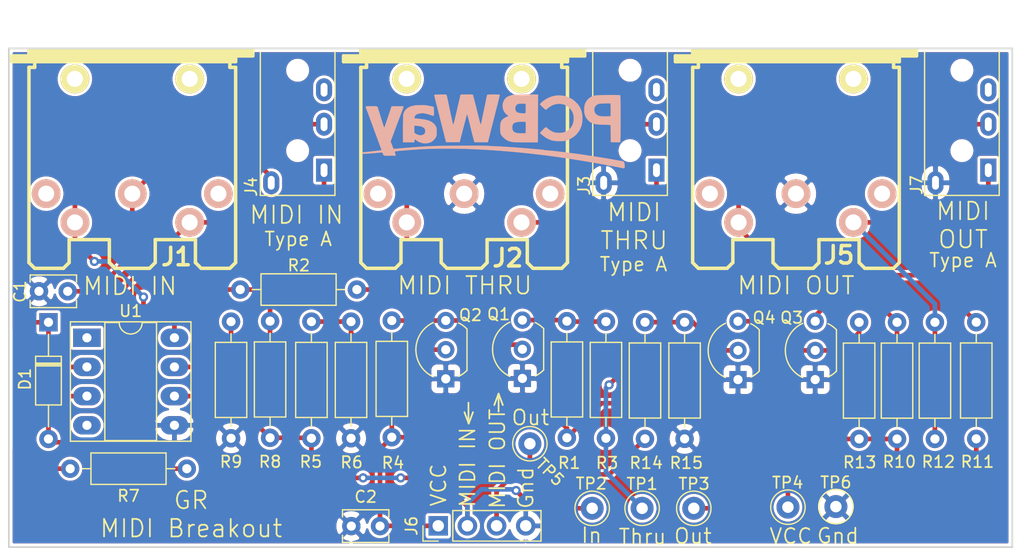
<source format=kicad_pcb>
(kicad_pcb (version 20171130) (host pcbnew "(5.1.2-1)-1")
  (layers (0 F.Cu signal) (31 B.Cu signal) (34 B.Paste user hide) (35 F.Paste user) (36 B.SilkS user) (37 F.SilkS user) (38 B.Mask user hide) (39 F.Mask user hide) (44 Edge.Cuts user))
  (net 0 "")
  (net 1 GNDREF)
  (net 2 "Net-(C1-Pad2)")
  (net 3 "Net-(D1-Pad1)")
  (net 4 "Net-(D1-Pad2)")
  (net 5 "Net-(Q1-Pad2)")
  (net 6 "Net-(Q2-Pad2)")
  (net 7 "Net-(Q3-Pad2)")
  (net 8 VCC)
  (net 9 "Net-(J1-Pad3)")
  (net 10 "Net-(J1-Pad4)")
  (net 11 "Net-(J1-Pad1)")
  (net 12 "Net-(J2-Pad3)")
  (net 13 "Net-(J2-Pad4)")
  (net 14 "Net-(J2-Pad1)")
  (net 15 "Net-(J2-Pad5)")
  (net 16 "Net-(J3-PadR2)")
  (net 17 "Net-(J4-PadR2)")
  (net 18 "Net-(J5-Pad5)")
  (net 19 "Net-(J5-Pad1)")
  (net 20 "Net-(J5-Pad4)")
  (net 21 "Net-(J5-Pad3)")
  (net 22 "Net-(J6-Pad2)")
  (net 23 "Net-(J6-Pad3)")
  (net 24 "Net-(J7-PadR2)")
  (net 25 "Net-(Q1-Pad3)")
  (net 26 "Net-(Q3-Pad3)")
  (net 27 "Net-(Q4-Pad2)")
  (net 28 "Net-(R9-Pad2)")
  (net 29 "Net-(U1-Pad1)")
  (net 30 "Net-(U1-Pad4)")
  (module "_Custom_Footprints:pcb way logo" (layer B.Cu) (at 127.511 114.671 180)
    (fp_text reference G*** hide)
    (fp_text value LOGO hide)
  )
  (module Resistor_THT:R_Axial_DIN0207_L6.3mm_D2.5mm_P10.16mm_Horizontal (layer F.Cu) (at 133.911 130.521 270)
    (fp_text reference R1 (at 12.35 -0.2 180) (layer F.SilkS))
    (fp_text value 4K7)
    (pad 2 thru_hole oval (at 10.16 0 270) (size 1.6 1.6) (drill 0.8) (layers *.Cu *.Mask) (net 8 VCC))
    (pad 1 thru_hole circle (at 0 0 270) (size 1.6 1.6) (drill 0.8) (layers *.Cu *.Mask) (net 25 "Net-(Q1-Pad3)"))
  )
  (module Capacitor_THT:C_Disc_D3.8mm_W2.6mm_P2.50mm (layer F.Cu) (at 87.936 127.921)
    (fp_text reference C1 (at -1.65 0.025 90) (layer F.SilkS))
    (fp_text value 100nF)
    (pad 2 thru_hole circle (at 2.5 0) (size 1.6 1.6) (drill 0.8) (layers *.Cu *.Mask) (net 2 "Net-(C1-Pad2)"))
    (pad 1 thru_hole circle (at 0 0) (size 1.6 1.6) (drill 0.8) (layers *.Cu *.Mask) (net 1 GNDREF))
  )
  (module Capacitor_THT:C_Disc_D3.8mm_W2.6mm_P2.50mm (layer F.Cu) (at 115.136 148.371)
    (fp_text reference C2 (at 1.25 -2.55) (layer F.SilkS))
    (fp_text value 100nF)
    (pad 1 thru_hole circle (at 0 0) (size 1.6 1.6) (drill 0.8) (layers *.Cu *.Mask) (net 1 GNDREF))
    (pad 2 thru_hole circle (at 2.5 0) (size 1.6 1.6) (drill 0.8) (layers *.Cu *.Mask) (net 8 VCC))
  )
  (module Diode_THT:D_DO-35_SOD27_P10.16mm_Horizontal (layer F.Cu) (at 88.761 130.621 270)
    (fp_text reference D1 (at 4.95 2.05 90) (layer F.SilkS))
    (fp_text value 1N4148)
    (pad 1 thru_hole rect (at 0 0 270) (size 1.6 1.6) (drill 0.8) (layers *.Cu *.Mask) (net 3 "Net-(D1-Pad1)"))
    (pad 2 thru_hole oval (at 10.16 0 270) (size 1.6 1.6) (drill 0.8) (layers *.Cu *.Mask) (net 4 "Net-(D1-Pad2)"))
  )
  (module footprints:DIN5 (layer F.Cu) (at 96.061 116.421 180)
    (fp_text reference J1 (at -3.85 -8.5) (layer F.SilkS) (effects (font (size 1.524 1.524) (thickness 0.3048))))
    (fp_text value PSG03463 hide)
    (pad 3 thru_hole circle (at -7.49808 -2.9972 180) (size 2.49936 2.49936) (drill 1.397) (layers *.Cu *.SilkS *.Mask) (net 9 "Net-(J1-Pad3)"))
    (pad 4 thru_hole circle (at 4.99618 -5.4991 180) (size 2.49936 2.49936) (drill 1.397) (layers *.Cu *.SilkS *.Mask) (net 10 "Net-(J1-Pad4)"))
    (pad 2 thru_hole circle (at 0 -2.99974 180) (size 2.49936 2.49936) (drill 1.397) (layers *.Cu *.SilkS *.Mask) (net 2 "Net-(C1-Pad2)"))
    (pad 1 thru_hole circle (at 7.49808 -2.9972 180) (size 2.49936 2.49936) (drill 1.397) (layers *.Cu *.SilkS *.Mask) (net 11 "Net-(J1-Pad1)"))
    (pad 5 thru_hole circle (at -4.99618 -5.4991 180) (size 2.49936 2.49936) (drill 1.397) (layers *.Cu *.SilkS *.Mask) (net 4 "Net-(D1-Pad2)"))
    (pad "" np_thru_hole circle (at 5.00126 6.9977 180) (size 2.49936 2.49936) (drill 1.397) (layers *.Cu *.Mask F.SilkS))
    (pad "" np_thru_hole circle (at -5.00126 6.9977 180) (size 2.49936 2.49936) (drill 1.397) (layers *.Cu *.Mask F.SilkS))
  )
  (module footprints:DIN5 (layer F.Cu) (at 124.961 116.421 180)
    (fp_text reference J2 (at -3.8 -8.6) (layer F.SilkS) (effects (font (size 1.524 1.524) (thickness 0.3048))))
    (fp_text value PSG03463 hide)
    (pad 3 thru_hole circle (at -7.49808 -2.9972 180) (size 2.49936 2.49936) (drill 1.397) (layers *.Cu *.SilkS *.Mask) (net 12 "Net-(J2-Pad3)"))
    (pad 4 thru_hole circle (at 4.99618 -5.4991 180) (size 2.49936 2.49936) (drill 1.397) (layers *.Cu *.SilkS *.Mask) (net 13 "Net-(J2-Pad4)"))
    (pad 2 thru_hole circle (at 0 -2.99974 180) (size 2.49936 2.49936) (drill 1.397) (layers *.Cu *.SilkS *.Mask) (net 1 GNDREF))
    (pad 1 thru_hole circle (at 7.49808 -2.9972 180) (size 2.49936 2.49936) (drill 1.397) (layers *.Cu *.SilkS *.Mask) (net 14 "Net-(J2-Pad1)"))
    (pad 5 thru_hole circle (at -4.99618 -5.4991 180) (size 2.49936 2.49936) (drill 1.397) (layers *.Cu *.SilkS *.Mask) (net 15 "Net-(J2-Pad5)"))
    (pad "" np_thru_hole circle (at 5.00126 6.9977 180) (size 2.49936 2.49936) (drill 1.397) (layers *.Cu *.Mask F.SilkS))
    (pad "" np_thru_hole circle (at -5.00126 6.9977 180) (size 2.49936 2.49936) (drill 1.397) (layers *.Cu *.Mask F.SilkS))
  )
  (module footprints:PJ320A (layer F.Cu) (at 136.661 117.371)
    (fp_text reference J3 (at -1.25 1.35 90) (layer F.SilkS))
    (fp_text value AudioJack4)
    (pad "" np_thru_hole circle (at 2.75 -1.7 270) (size 1.5 1.5) (drill 1.5) (layers *.Cu *.Mask))
    (pad "" np_thru_hole circle (at 2.75 -8.7 270) (size 1.5 1.5) (drill 1.5) (layers *.Cu *.Mask))
    (pad R2 thru_hole oval (at 5.05 -7 270) (size 2 1.4) (drill oval 1.2 0.6) (layers *.Cu *.Mask) (net 16 "Net-(J3-PadR2)"))
    (pad R1 thru_hole oval (at 5.05 -4 270) (size 2 1.4) (drill oval 1.2 0.6) (layers *.Cu *.Mask) (net 13 "Net-(J2-Pad4)"))
    (pad T thru_hole rect (at 5.05 0 270) (size 2 1.4) (drill oval 1.2 0.6) (layers *.Cu *.Mask) (net 15 "Net-(J2-Pad5)"))
    (pad S thru_hole oval (at 0.45 1.1 270) (size 2 1.4) (drill oval 1.2 0.6) (layers *.Cu *.Mask) (net 1 GNDREF))
  )
  (module footprints:PJ320A (layer F.Cu) (at 107.711 117.371)
    (fp_text reference J4 (at -1.3 1.45 90) (layer F.SilkS))
    (fp_text value AudioJack4)
    (pad S thru_hole oval (at 0.45 1.1 270) (size 2 1.4) (drill oval 1.2 0.6) (layers *.Cu *.Mask) (net 2 "Net-(C1-Pad2)"))
    (pad T thru_hole rect (at 5.05 0 270) (size 2 1.4) (drill oval 1.2 0.6) (layers *.Cu *.Mask) (net 4 "Net-(D1-Pad2)"))
    (pad R1 thru_hole oval (at 5.05 -4 270) (size 2 1.4) (drill oval 1.2 0.6) (layers *.Cu *.Mask) (net 10 "Net-(J1-Pad4)"))
    (pad R2 thru_hole oval (at 5.05 -7 270) (size 2 1.4) (drill oval 1.2 0.6) (layers *.Cu *.Mask) (net 17 "Net-(J4-PadR2)"))
    (pad "" np_thru_hole circle (at 2.75 -8.7 270) (size 1.5 1.5) (drill 1.5) (layers *.Cu *.Mask))
    (pad "" np_thru_hole circle (at 2.75 -1.7 270) (size 1.5 1.5) (drill 1.5) (layers *.Cu *.Mask))
  )
  (module footprints:DIN5 (layer F.Cu) (at 153.861 116.421 180)
    (fp_text reference J5 (at -3.75 -8.35) (layer F.SilkS) (effects (font (size 1.524 1.524) (thickness 0.3048))))
    (fp_text value PSG03463 hide)
    (pad "" np_thru_hole circle (at -5.00126 6.9977 180) (size 2.49936 2.49936) (drill 1.397) (layers *.Cu *.Mask F.SilkS))
    (pad "" np_thru_hole circle (at 5.00126 6.9977 180) (size 2.49936 2.49936) (drill 1.397) (layers *.Cu *.Mask F.SilkS))
    (pad 5 thru_hole circle (at -4.99618 -5.4991 180) (size 2.49936 2.49936) (drill 1.397) (layers *.Cu *.SilkS *.Mask) (net 18 "Net-(J5-Pad5)"))
    (pad 1 thru_hole circle (at 7.49808 -2.9972 180) (size 2.49936 2.49936) (drill 1.397) (layers *.Cu *.SilkS *.Mask) (net 19 "Net-(J5-Pad1)"))
    (pad 2 thru_hole circle (at 0 -2.99974 180) (size 2.49936 2.49936) (drill 1.397) (layers *.Cu *.SilkS *.Mask) (net 1 GNDREF))
    (pad 4 thru_hole circle (at 4.99618 -5.4991 180) (size 2.49936 2.49936) (drill 1.397) (layers *.Cu *.SilkS *.Mask) (net 20 "Net-(J5-Pad4)"))
    (pad 3 thru_hole circle (at -7.49808 -2.9972 180) (size 2.49936 2.49936) (drill 1.397) (layers *.Cu *.SilkS *.Mask) (net 21 "Net-(J5-Pad3)"))
  )
  (module Connector_PinHeader_2.54mm:PinHeader_1x04_P2.54mm_Vertical (layer F.Cu) (at 122.706 148.346 90)
    (fp_text reference J6 (at 0 -2.33 90) (layer F.SilkS))
    (fp_text value Conn_01x04)
    (pad 1 thru_hole rect (at 0 0 90) (size 1.7 1.7) (drill 1) (layers *.Cu *.Mask) (net 8 VCC))
    (pad 2 thru_hole oval (at 0 2.54 90) (size 1.7 1.7) (drill 1) (layers *.Cu *.Mask) (net 22 "Net-(J6-Pad2)"))
    (pad 3 thru_hole oval (at 0 5.08 90) (size 1.7 1.7) (drill 1) (layers *.Cu *.Mask) (net 23 "Net-(J6-Pad3)"))
    (pad 4 thru_hole oval (at 0 7.62 90) (size 1.7 1.7) (drill 1) (layers *.Cu *.Mask) (net 1 GNDREF))
  )
  (module footprints:PJ320A (layer F.Cu) (at 165.561 117.371)
    (fp_text reference J7 (at -1.2 1.3 90) (layer F.SilkS))
    (fp_text value AudioJack4)
    (pad "" np_thru_hole circle (at 2.75 -1.7 270) (size 1.5 1.5) (drill 1.5) (layers *.Cu *.Mask))
    (pad "" np_thru_hole circle (at 2.75 -8.7 270) (size 1.5 1.5) (drill 1.5) (layers *.Cu *.Mask))
    (pad R2 thru_hole oval (at 5.05 -7 270) (size 2 1.4) (drill oval 1.2 0.6) (layers *.Cu *.Mask) (net 24 "Net-(J7-PadR2)"))
    (pad R1 thru_hole oval (at 5.05 -4 270) (size 2 1.4) (drill oval 1.2 0.6) (layers *.Cu *.Mask) (net 20 "Net-(J5-Pad4)"))
    (pad T thru_hole rect (at 5.05 0 270) (size 2 1.4) (drill oval 1.2 0.6) (layers *.Cu *.Mask) (net 18 "Net-(J5-Pad5)"))
    (pad S thru_hole oval (at 0.45 1.1 270) (size 2 1.4) (drill oval 1.2 0.6) (layers *.Cu *.Mask) (net 1 GNDREF))
  )
  (module Package_TO_SOT_THT:TO-92_Inline_Wide (layer F.Cu) (at 130.036 135.511 90)
    (fp_text reference Q1 (at 5.59 -2.075 180) (layer F.SilkS))
    (fp_text value 2N3904)
    (pad 1 thru_hole rect (at 0 0 180) (size 1.5 1.5) (drill 0.8) (layers *.Cu *.Mask) (net 1 GNDREF))
    (pad 3 thru_hole circle (at 5.08 0 180) (size 1.5 1.5) (drill 0.8) (layers *.Cu *.Mask) (net 25 "Net-(Q1-Pad3)"))
    (pad 2 thru_hole circle (at 2.54 0 180) (size 1.5 1.5) (drill 0.8) (layers *.Cu *.Mask) (net 5 "Net-(Q1-Pad2)"))
  )
  (module Package_TO_SOT_THT:TO-92_Inline_Wide (layer F.Cu) (at 123.361 135.546 90)
    (fp_text reference Q2 (at 5.55 2.15 180) (layer F.SilkS))
    (fp_text value 2N3904)
    (pad 2 thru_hole circle (at 2.54 0 180) (size 1.5 1.5) (drill 0.8) (layers *.Cu *.Mask) (net 6 "Net-(Q2-Pad2)"))
    (pad 3 thru_hole circle (at 5.08 0 180) (size 1.5 1.5) (drill 0.8) (layers *.Cu *.Mask) (net 5 "Net-(Q1-Pad2)"))
    (pad 1 thru_hole rect (at 0 0 180) (size 1.5 1.5) (drill 0.8) (layers *.Cu *.Mask) (net 1 GNDREF))
  )
  (module Package_TO_SOT_THT:TO-92_Inline_Wide (layer F.Cu) (at 155.536 135.611 90)
    (fp_text reference Q3 (at 5.39 -2.05 180) (layer F.SilkS))
    (fp_text value 2N3904)
    (pad 2 thru_hole circle (at 2.54 0 180) (size 1.5 1.5) (drill 0.8) (layers *.Cu *.Mask) (net 7 "Net-(Q3-Pad2)"))
    (pad 3 thru_hole circle (at 5.08 0 180) (size 1.5 1.5) (drill 0.8) (layers *.Cu *.Mask) (net 26 "Net-(Q3-Pad3)"))
    (pad 1 thru_hole rect (at 0 0 180) (size 1.5 1.5) (drill 0.8) (layers *.Cu *.Mask) (net 1 GNDREF))
  )
  (module Package_TO_SOT_THT:TO-92_Inline_Wide (layer F.Cu) (at 148.811 135.611 90)
    (fp_text reference Q4 (at 5.39 2.275 180) (layer F.SilkS))
    (fp_text value 2N3904)
    (pad 1 thru_hole rect (at 0 0 180) (size 1.5 1.5) (drill 0.8) (layers *.Cu *.Mask) (net 1 GNDREF))
    (pad 3 thru_hole circle (at 5.08 0 180) (size 1.5 1.5) (drill 0.8) (layers *.Cu *.Mask) (net 7 "Net-(Q3-Pad2)"))
    (pad 2 thru_hole circle (at 2.54 0 180) (size 1.5 1.5) (drill 0.8) (layers *.Cu *.Mask) (net 27 "Net-(Q4-Pad2)"))
  )
  (module Resistor_THT:R_Axial_DIN0207_L6.3mm_D2.5mm_P10.16mm_Horizontal (layer F.Cu) (at 105.461 127.771)
    (fp_text reference R2 (at 5.1 -2.1) (layer F.SilkS))
    (fp_text value 220r)
    (pad 2 thru_hole oval (at 10.16 0) (size 1.6 1.6) (drill 0.8) (layers *.Cu *.Mask) (net 13 "Net-(J2-Pad4)"))
    (pad 1 thru_hole circle (at 0 0) (size 1.6 1.6) (drill 0.8) (layers *.Cu *.Mask) (net 8 VCC))
  )
  (module Resistor_THT:R_Axial_DIN0207_L6.3mm_D2.5mm_P10.16mm_Horizontal (layer F.Cu) (at 137.311 140.721 90)
    (fp_text reference R3 (at -2.15 0.1 180) (layer F.SilkS))
    (fp_text value 220r)
    (pad 1 thru_hole circle (at 0 0 90) (size 1.6 1.6) (drill 0.8) (layers *.Cu *.Mask) (net 15 "Net-(J2-Pad5)"))
    (pad 2 thru_hole oval (at 10.16 0 90) (size 1.6 1.6) (drill 0.8) (layers *.Cu *.Mask) (net 25 "Net-(Q1-Pad3)"))
  )
  (module Resistor_THT:R_Axial_DIN0207_L6.3mm_D2.5mm_P10.16mm_Horizontal (layer F.Cu) (at 118.661 130.471 270)
    (fp_text reference R4 (at 12.4 -0.1 180) (layer F.SilkS))
    (fp_text value 4K7)
    (pad 2 thru_hole oval (at 10.16 0 270) (size 1.6 1.6) (drill 0.8) (layers *.Cu *.Mask) (net 8 VCC))
    (pad 1 thru_hole circle (at 0 0 270) (size 1.6 1.6) (drill 0.8) (layers *.Cu *.Mask) (net 5 "Net-(Q1-Pad2)"))
  )
  (module Resistor_THT:R_Axial_DIN0207_L6.3mm_D2.5mm_P10.16mm_Horizontal (layer F.Cu) (at 111.661 140.721 90)
    (fp_text reference R5 (at -2.05 -0.05 180) (layer F.SilkS))
    (fp_text value 4K7)
    (pad 1 thru_hole circle (at 0 0 90) (size 1.6 1.6) (drill 0.8) (layers *.Cu *.Mask) (net 22 "Net-(J6-Pad2)"))
    (pad 2 thru_hole oval (at 10.16 0 90) (size 1.6 1.6) (drill 0.8) (layers *.Cu *.Mask) (net 6 "Net-(Q2-Pad2)"))
  )
  (module Resistor_THT:R_Axial_DIN0207_L6.3mm_D2.5mm_P10.16mm_Horizontal (layer F.Cu) (at 115.111 140.721 90)
    (fp_text reference R6 (at -2.1 0.05 180) (layer F.SilkS))
    (fp_text value 100K)
    (pad 1 thru_hole circle (at 0 0 90) (size 1.6 1.6) (drill 0.8) (layers *.Cu *.Mask) (net 1 GNDREF))
    (pad 2 thru_hole oval (at 10.16 0 90) (size 1.6 1.6) (drill 0.8) (layers *.Cu *.Mask) (net 6 "Net-(Q2-Pad2)"))
  )
  (module Resistor_THT:R_Axial_DIN0207_L6.3mm_D2.5mm_P10.16mm_Horizontal (layer F.Cu) (at 100.811 143.371 180)
    (fp_text reference R7 (at 5.08 -2.37) (layer F.SilkS))
    (fp_text value 220r)
    (pad 1 thru_hole circle (at 0 0 180) (size 1.6 1.6) (drill 0.8) (layers *.Cu *.Mask) (net 10 "Net-(J1-Pad4)"))
    (pad 2 thru_hole oval (at 10.16 0 180) (size 1.6 1.6) (drill 0.8) (layers *.Cu *.Mask) (net 3 "Net-(D1-Pad1)"))
  )
  (module Resistor_THT:R_Axial_DIN0207_L6.3mm_D2.5mm_P10.16mm_Horizontal (layer F.Cu) (at 108.061 130.521 270)
    (fp_text reference R8 (at 12.25 0 180) (layer F.SilkS))
    (fp_text value 220r)
    (pad 2 thru_hole oval (at 10.16 0 270) (size 1.6 1.6) (drill 0.8) (layers *.Cu *.Mask) (net 22 "Net-(J6-Pad2)"))
    (pad 1 thru_hole circle (at 0 0 270) (size 1.6 1.6) (drill 0.8) (layers *.Cu *.Mask) (net 8 VCC))
  )
  (module Resistor_THT:R_Axial_DIN0207_L6.3mm_D2.5mm_P10.16mm_Horizontal (layer F.Cu) (at 104.661 140.721 90)
    (fp_text reference R9 (at -2.05 0 180) (layer F.SilkS))
    (fp_text value 4K7)
    (pad 2 thru_hole oval (at 10.16 0 90) (size 1.6 1.6) (drill 0.8) (layers *.Cu *.Mask) (net 28 "Net-(R9-Pad2)"))
    (pad 1 thru_hole circle (at 0 0 90) (size 1.6 1.6) (drill 0.8) (layers *.Cu *.Mask) (net 1 GNDREF))
  )
  (module Resistor_THT:R_Axial_DIN0207_L6.3mm_D2.5mm_P10.16mm_Horizontal (layer F.Cu) (at 162.661 130.621 270)
    (fp_text reference R10 (at 12.15 -0.2 180) (layer F.SilkS))
    (fp_text value 4K7)
    (pad 1 thru_hole circle (at 0 0 270) (size 1.6 1.6) (drill 0.8) (layers *.Cu *.Mask) (net 26 "Net-(Q3-Pad3)"))
    (pad 2 thru_hole oval (at 10.16 0 270) (size 1.6 1.6) (drill 0.8) (layers *.Cu *.Mask) (net 8 VCC))
  )
  (module Resistor_THT:R_Axial_DIN0207_L6.3mm_D2.5mm_P10.16mm_Horizontal (layer F.Cu) (at 169.561 140.771 90)
    (fp_text reference R11 (at -2 0.1 180) (layer F.SilkS))
    (fp_text value 220r)
    (pad 1 thru_hole circle (at 0 0 90) (size 1.6 1.6) (drill 0.8) (layers *.Cu *.Mask) (net 8 VCC))
    (pad 2 thru_hole oval (at 10.16 0 90) (size 1.6 1.6) (drill 0.8) (layers *.Cu *.Mask) (net 20 "Net-(J5-Pad4)"))
  )
  (module Resistor_THT:R_Axial_DIN0207_L6.3mm_D2.5mm_P10.16mm_Horizontal (layer F.Cu) (at 165.961 130.621 270)
    (fp_text reference R12 (at 12.15 -0.3 180) (layer F.SilkS))
    (fp_text value 220r)
    (pad 2 thru_hole oval (at 10.16 0 270) (size 1.6 1.6) (drill 0.8) (layers *.Cu *.Mask) (net 26 "Net-(Q3-Pad3)"))
    (pad 1 thru_hole circle (at 0 0 270) (size 1.6 1.6) (drill 0.8) (layers *.Cu *.Mask) (net 18 "Net-(J5-Pad5)"))
  )
  (module Resistor_THT:R_Axial_DIN0207_L6.3mm_D2.5mm_P10.16mm_Horizontal (layer F.Cu) (at 159.361 130.621 270)
    (fp_text reference R13 (at 12.2 -0.05 180) (layer F.SilkS))
    (fp_text value 4K7)
    (pad 1 thru_hole circle (at 0 0 270) (size 1.6 1.6) (drill 0.8) (layers *.Cu *.Mask) (net 7 "Net-(Q3-Pad2)"))
    (pad 2 thru_hole oval (at 10.16 0 270) (size 1.6 1.6) (drill 0.8) (layers *.Cu *.Mask) (net 8 VCC))
  )
  (module Resistor_THT:R_Axial_DIN0207_L6.3mm_D2.5mm_P10.16mm_Horizontal (layer F.Cu) (at 140.711 140.771 90)
    (fp_text reference R14 (at -2.1 0.1 180) (layer F.SilkS))
    (fp_text value 4K7)
    (pad 2 thru_hole oval (at 10.16 0 90) (size 1.6 1.6) (drill 0.8) (layers *.Cu *.Mask) (net 27 "Net-(Q4-Pad2)"))
    (pad 1 thru_hole circle (at 0 0 90) (size 1.6 1.6) (drill 0.8) (layers *.Cu *.Mask) (net 23 "Net-(J6-Pad3)"))
  )
  (module Resistor_THT:R_Axial_DIN0207_L6.3mm_D2.5mm_P10.16mm_Horizontal (layer F.Cu) (at 144.161 140.771 90)
    (fp_text reference R15 (at -2.1 0.15 180) (layer F.SilkS))
    (fp_text value 100K)
    (pad 2 thru_hole oval (at 10.16 0 90) (size 1.6 1.6) (drill 0.8) (layers *.Cu *.Mask) (net 27 "Net-(Q4-Pad2)"))
    (pad 1 thru_hole circle (at 0 0 90) (size 1.6 1.6) (drill 0.8) (layers *.Cu *.Mask) (net 1 GNDREF))
  )
  (module TestPoint:TestPoint_Loop_D1.80mm_Drill1.0mm_Beaded (layer F.Cu) (at 140.461 146.821)
    (fp_text reference TP1 (at 0 -2.125) (layer F.SilkS))
    (fp_text value TestPoint)
    (pad 1 thru_hole circle (at 0 0) (size 2 2) (drill 1) (layers *.Cu *.Mask) (net 15 "Net-(J2-Pad5)"))
  )
  (module TestPoint:TestPoint_Loop_D1.80mm_Drill1.0mm_Beaded (layer F.Cu) (at 136.111 146.821)
    (fp_text reference TP2 (at -0.075 -2.15) (layer F.SilkS))
    (fp_text value TestPoint)
    (pad 1 thru_hole circle (at 0 0) (size 2 2) (drill 1) (layers *.Cu *.Mask) (net 22 "Net-(J6-Pad2)"))
  )
  (module TestPoint:TestPoint_Loop_D1.80mm_Drill1.0mm_Beaded (layer F.Cu) (at 144.961 146.821)
    (fp_text reference TP3 (at 0.025 -2.125) (layer F.SilkS))
    (fp_text value TestPoint)
    (pad 1 thru_hole circle (at 0 0) (size 2 2) (drill 1) (layers *.Cu *.Mask) (net 18 "Net-(J5-Pad5)"))
  )
  (module TestPoint:TestPoint_Loop_D1.80mm_Drill1.0mm_Beaded (layer F.Cu) (at 153.161 146.721)
    (fp_text reference TP4 (at -0.025 -2.125) (layer F.SilkS))
    (fp_text value TestPoint)
    (pad 1 thru_hole circle (at 0 0) (size 2 2) (drill 1) (layers *.Cu *.Mask) (net 8 VCC))
  )
  (module TestPoint:TestPoint_Loop_D1.80mm_Drill1.0mm_Beaded (layer F.Cu) (at 130.686 141.196)
    (fp_text reference TP5 (at 1.75 2.475 135) (layer F.SilkS))
    (fp_text value TestPoint)
    (pad 1 thru_hole circle (at 0 0) (size 2 2) (drill 1) (layers *.Cu *.Mask) (net 23 "Net-(J6-Pad3)"))
  )
  (module TestPoint:TestPoint_Loop_D1.80mm_Drill1.0mm_Beaded (layer F.Cu) (at 157.336 146.671)
    (fp_text reference TP6 (at 0 -2.1) (layer F.SilkS))
    (fp_text value TestPoint)
    (pad 1 thru_hole circle (at 0 0) (size 2 2) (drill 1) (layers *.Cu *.Mask) (net 1 GNDREF))
  )
  (module Package_DIP:DIP-8_W7.62mm_Socket_LongPads (layer F.Cu) (at 92.111 131.971)
    (fp_text reference U1 (at 3.81 -2.33) (layer F.SilkS))
    (fp_text value 6N138)
    (pad 1 thru_hole rect (at 0 0) (size 2.4 1.6) (drill 0.8) (layers *.Cu *.Mask) (net 29 "Net-(U1-Pad1)"))
    (pad 5 thru_hole oval (at 7.62 7.62) (size 2.4 1.6) (drill 0.8) (layers *.Cu *.Mask) (net 1 GNDREF))
    (pad 2 thru_hole oval (at 0 2.54) (size 2.4 1.6) (drill 0.8) (layers *.Cu *.Mask) (net 3 "Net-(D1-Pad1)"))
    (pad 6 thru_hole oval (at 7.62 5.08) (size 2.4 1.6) (drill 0.8) (layers *.Cu *.Mask) (net 22 "Net-(J6-Pad2)"))
    (pad 3 thru_hole oval (at 0 5.08) (size 2.4 1.6) (drill 0.8) (layers *.Cu *.Mask) (net 4 "Net-(D1-Pad2)"))
    (pad 7 thru_hole oval (at 7.62 2.54) (size 2.4 1.6) (drill 0.8) (layers *.Cu *.Mask) (net 28 "Net-(R9-Pad2)"))
    (pad 4 thru_hole oval (at 0 7.62) (size 2.4 1.6) (drill 0.8) (layers *.Cu *.Mask) (net 30 "Net-(U1-Pad4)"))
    (pad 8 thru_hole oval (at 7.62 0) (size 2.4 1.6) (drill 0.8) (layers *.Cu *.Mask) (net 8 VCC))
  )
  (gr_text Out (at 130.736 138.921) (layer F.SilkS) (effects (font (size 1.3 1.3))))
  (gr_text Out (at 144.886 149.246) (layer F.SilkS) (effects (font (size 1.3 1.3))))
  (gr_text Thru (at 140.486 149.296) (layer F.SilkS) (effects (font (size 1.3 1.3))))
  (gr_text In (at 136.061 149.171) (layer F.SilkS) (effects (font (size 1.3 1.3))))
  (gr_text "Gnd\n" (at 157.511 149.221) (layer F.SilkS) (effects (font (size 1.3 1.3))))
  (gr_text VCC (at 153.411 149.246) (layer F.SilkS) (effects (font (size 1.3 1.3))))
  (gr_line (start 127.961 136.896) (end 127.961 138.396) (layer F.SilkS) (width 0.15))
  (gr_line (start 125.336 137.621) (end 125.336 139.121) (layer F.SilkS) (width 0.15))
  (gr_text "MIDI OUT>" (at 127.861 141.696 90) (layer F.SilkS) (effects (font (size 1.3 1.3))))
  (gr_text "MIDI IN<" (at 125.261 142.446 90) (layer F.SilkS) (effects (font (size 1.3 1.3))))
  (gr_text VCC (at 122.736 144.796 90) (layer F.SilkS) (effects (font (size 1.3 1.3))))
  (gr_text "Type A" (at 168.411 125.221) (layer F.SilkS) (effects (font (size 1.2 1.2))))
  (gr_text " MIDI \nOUT" (at 168.411 122.171) (layer F.SilkS) (effects (font (size 1.524 1.524))))
  (gr_text "MIDI OUT" (at 153.861 127.421) (layer F.SilkS) (effects (font (size 1.524 1.524))))
  (gr_text "Type A" (at 139.711 125.571) (layer F.SilkS) (effects (font (size 1.2 1.2))))
  (gr_text " MIDI \nTHRU" (at 139.761 122.271) (layer F.SilkS) (effects (font (size 1.524 1.524))))
  (gr_text "MIDI THRU" (at 125.011 127.421) (layer F.SilkS) (effects (font (size 1.524 1.524))))
  (gr_text "Type A" (at 110.511 123.371) (layer F.SilkS) (effects (font (size 1.2 1.2))))
  (gr_text "MIDI IN" (at 110.361 121.271) (layer F.SilkS) (effects (font (size 1.524 1.524))))
  (gr_line (start 85.311 106.771) (end 85.411 106.771) (layer Edge.Cuts) (width 0.15))
  (gr_line (start 85.311 150.2) (end 85.311 106.771) (layer Edge.Cuts) (width 0.15))
  (gr_line (start 172.7 150.2) (end 85.311 150.2) (layer Edge.Cuts) (width 0.15))
  (gr_line (start 172.7 106.771) (end 172.7 150.2) (layer Edge.Cuts) (width 0.15))
  (gr_line (start 85.411 106.771) (end 172.7 106.771) (layer Edge.Cuts) (width 0.15))
  (gr_text "Gnd\n" (at 130.336 145.046 90) (layer F.SilkS) (effects (font (size 1.3 1.3))))
  (gr_text "MIDI IN" (at 95.861 127.471) (layer F.SilkS) (effects (font (size 1.524 1.524))))
  (gr_text "GR\nMIDI Breakout" (at 101.186 147.346) (layer F.SilkS) (effects (font (size 1.524 1.524))))
  (segment (start 108.161 118.471) (end 108.161 117.971) (width 0.4064) (layer F.Cu) (net 2))
  (segment (start 108.161 117.971) (end 106.411 116.221) (width 0.4064) (layer F.Cu) (net 2))
  (segment (start 99.26074 116.221) (end 96.061 119.42074) (width 0.4064) (layer F.Cu) (net 2))
  (segment (start 106.411 116.221) (end 99.26074 116.221) (width 0.4064) (layer F.Cu) (net 2))
  (segment (start 90.436 127.921) (end 92.861 127.921) (width 0.4064) (layer F.Cu) (net 2))
  (segment (start 96.061 124.721) (end 96.061 119.42074) (width 0.4064) (layer F.Cu) (net 2))
  (segment (start 92.861 127.921) (end 96.061 124.721) (width 0.4064) (layer F.Cu) (net 2))
  (segment (start 88.761 130.621) (end 88.761 133.021) (width 0.4064) (layer F.Cu) (net 3))
  (segment (start 90.251 134.511) (end 92.111 134.511) (width 0.4064) (layer F.Cu) (net 3))
  (segment (start 88.761 133.021) (end 90.251 134.511) (width 0.4064) (layer F.Cu) (net 3))
  (segment (start 90.651 143.371) (end 88.011 143.371) (width 0.4064) (layer F.Cu) (net 3))
  (segment (start 88.011 143.371) (end 86.286 141.646) (width 0.4064) (layer F.Cu) (net 3))
  (segment (start 86.286 141.646) (end 86.286 131.396) (width 0.4064) (layer F.Cu) (net 3))
  (segment (start 87.061 130.621) (end 88.761 130.621) (width 0.4064) (layer F.Cu) (net 3))
  (segment (start 86.286 131.396) (end 87.061 130.621) (width 0.4064) (layer F.Cu) (net 3))
  (segment (start 101.05718 121.9201) (end 111.1369 121.9201) (width 0.4064) (layer F.Cu) (net 4))
  (segment (start 112.761 120.296) (end 112.761 117.371) (width 0.4064) (layer F.Cu) (net 4))
  (segment (start 111.1369 121.9201) (end 112.761 120.296) (width 0.4064) (layer F.Cu) (net 4))
  (segment (start 92.111 137.051) (end 89.881 137.051) (width 0.4064) (layer F.Cu) (net 4))
  (segment (start 88.761 138.171) (end 88.761 140.781) (width 0.4064) (layer F.Cu) (net 4))
  (segment (start 89.881 137.051) (end 88.761 138.171) (width 0.4064) (layer F.Cu) (net 4))
  (segment (start 95.286 139.921) (end 95.286 127.69128) (width 0.4064) (layer F.Cu) (net 4))
  (segment (start 94.136 141.071) (end 95.286 139.921) (width 0.4064) (layer F.Cu) (net 4))
  (segment (start 95.286 127.69128) (end 101.05718 121.9201) (width 0.4064) (layer F.Cu) (net 4))
  (segment (start 88.936 141.071) (end 94.136 141.071) (width 0.4064) (layer F.Cu) (net 4))
  (segment (start 88.761 140.896) (end 88.936 141.071) (width 0.4064) (layer F.Cu) (net 4))
  (segment (start 88.761 140.781) (end 88.761 140.896) (width 0.4064) (layer F.Cu) (net 4))
  (segment (start 123.356 130.471) (end 123.361 130.466) (width 0.4064) (layer F.Cu) (net 5))
  (segment (start 118.661 130.471) (end 123.356 130.471) (width 0.4064) (layer F.Cu) (net 5))
  (segment (start 123.361 130.466) (end 126.181 130.466) (width 0.4064) (layer F.Cu) (net 5))
  (segment (start 126.181 130.466) (end 128.286 132.571) (width 0.4064) (layer F.Cu) (net 5))
  (segment (start 129.636 132.571) (end 130.036 132.971) (width 0.4064) (layer F.Cu) (net 5))
  (segment (start 128.286 132.571) (end 129.636 132.571) (width 0.4064) (layer F.Cu) (net 5))
  (segment (start 111.661 130.561) (end 115.111 130.561) (width 0.4064) (layer F.Cu) (net 6))
  (segment (start 115.111 130.561) (end 115.111 131.571) (width 0.4064) (layer F.Cu) (net 6))
  (segment (start 116.546 133.006) (end 123.361 133.006) (width 0.4064) (layer F.Cu) (net 6))
  (segment (start 115.111 131.571) (end 116.546 133.006) (width 0.4064) (layer F.Cu) (net 6))
  (segment (start 148.811 130.531) (end 150.521 130.531) (width 0.4064) (layer F.Cu) (net 7))
  (segment (start 153.061 133.071) (end 155.536 133.071) (width 0.4064) (layer F.Cu) (net 7))
  (segment (start 150.521 130.531) (end 153.061 133.071) (width 0.4064) (layer F.Cu) (net 7))
  (segment (start 155.536 133.071) (end 157.811 133.071) (width 0.4064) (layer F.Cu) (net 7))
  (segment (start 159.361 131.521) (end 159.361 130.621) (width 0.4064) (layer F.Cu) (net 7))
  (segment (start 157.811 133.071) (end 159.361 131.521) (width 0.4064) (layer F.Cu) (net 7))
  (segment (start 117.661 148.346) (end 117.636 148.371) (width 0.4064) (layer F.Cu) (net 8))
  (segment (start 122.706 148.346) (end 117.661 148.346) (width 0.4064) (layer F.Cu) (net 8))
  (segment (start 117.636 141.656) (end 118.661 140.631) (width 0.4064) (layer F.Cu) (net 8))
  (segment (start 117.636 148.371) (end 117.636 141.656) (width 0.4064) (layer F.Cu) (net 8))
  (segment (start 118.661 140.631) (end 118.661 137.796) (width 0.4064) (layer F.Cu) (net 8))
  (segment (start 118.661 137.796) (end 115.461 134.596) (width 0.4064) (layer F.Cu) (net 8))
  (segment (start 115.461 134.596) (end 110.586 134.596) (width 0.4064) (layer F.Cu) (net 8))
  (segment (start 108.061 132.071) (end 108.061 130.521) (width 0.4064) (layer F.Cu) (net 8))
  (segment (start 110.586 134.596) (end 108.061 132.071) (width 0.4064) (layer F.Cu) (net 8))
  (segment (start 108.061 130.521) (end 108.061 128.446) (width 0.4064) (layer F.Cu) (net 8))
  (segment (start 107.386 127.771) (end 105.461 127.771) (width 0.4064) (layer F.Cu) (net 8))
  (segment (start 108.061 128.446) (end 107.386 127.771) (width 0.4064) (layer F.Cu) (net 8))
  (segment (start 105.461 127.771) (end 101.436 127.771) (width 0.4064) (layer F.Cu) (net 8))
  (segment (start 99.731 129.476) (end 99.731 131.971) (width 0.4064) (layer F.Cu) (net 8))
  (segment (start 101.436 127.771) (end 99.731 129.476) (width 0.4064) (layer F.Cu) (net 8))
  (segment (start 136.921 137.671) (end 133.911 140.681) (width 0.4064) (layer F.Cu) (net 8))
  (segment (start 133.911 140.681) (end 133.911 139.846) (width 0.4064) (layer F.Cu) (net 8))
  (segment (start 133.911 139.846) (end 132.736 138.671) (width 0.4064) (layer F.Cu) (net 8))
  (segment (start 132.736 138.671) (end 123.086 138.671) (width 0.4064) (layer F.Cu) (net 8))
  (segment (start 121.126 140.631) (end 118.661 140.631) (width 0.4064) (layer F.Cu) (net 8))
  (segment (start 123.086 138.671) (end 121.126 140.631) (width 0.4064) (layer F.Cu) (net 8))
  (segment (start 145.861 137.671) (end 136.921 137.671) (width 0.4064) (layer F.Cu) (net 8))
  (segment (start 153.136 137.671) (end 145.861 137.671) (width 0.4064) (layer F.Cu) (net 8))
  (segment (start 153.161 137.696) (end 153.136 137.671) (width 0.4064) (layer F.Cu) (net 8))
  (segment (start 153.161 146.721) (end 153.161 137.696) (width 0.4064) (layer F.Cu) (net 8))
  (segment (start 153.711 137.671) (end 145.861 137.671) (width 0.4064) (layer F.Cu) (net 8))
  (segment (start 156.821 140.781) (end 153.711 137.671) (width 0.4064) (layer F.Cu) (net 8))
  (segment (start 159.361 140.781) (end 156.821 140.781) (width 0.4064) (layer F.Cu) (net 8))
  (segment (start 159.361 140.781) (end 162.661 140.781) (width 0.4064) (layer F.Cu) (net 8))
  (segment (start 162.661 140.781) (end 162.661 142.071) (width 0.4064) (layer F.Cu) (net 8))
  (segment (start 162.661 142.071) (end 164.111 143.521) (width 0.4064) (layer F.Cu) (net 8))
  (segment (start 164.111 143.521) (end 167.861 143.521) (width 0.4064) (layer F.Cu) (net 8))
  (segment (start 169.561 141.821) (end 169.561 140.771) (width 0.4064) (layer F.Cu) (net 8))
  (segment (start 167.861 143.521) (end 169.561 141.821) (width 0.4064) (layer F.Cu) (net 8))
  (segment (start 91.06482 121.9201) (end 91.06482 119.14218) (width 0.4064) (layer F.Cu) (net 10))
  (segment (start 96.836 113.371) (end 112.761 113.371) (width 0.4064) (layer F.Cu) (net 10))
  (segment (start 91.06482 119.14218) (end 96.836 113.371) (width 0.4064) (layer F.Cu) (net 10))
  (segment (start 91.06482 121.9201) (end 91.06482 123.62482) (width 0.4064) (layer F.Cu) (net 10))
  (via (at 92.761 125.321) (size 0.8) (drill 0.4) (layers F.Cu B.Cu) (net 10))
  (segment (start 91.06482 123.62482) (end 92.761 125.321) (width 0.4064) (layer F.Cu) (net 10))
  (via (at 97.036 128.421) (size 0.8) (drill 0.4) (layers F.Cu B.Cu) (net 10))
  (segment (start 93.936 125.321) (end 97.036 128.421) (width 0.4064) (layer B.Cu) (net 10))
  (segment (start 92.761 125.321) (end 93.936 125.321) (width 0.4064) (layer B.Cu) (net 10))
  (segment (start 99.161 143.371) (end 100.811 143.371) (width 0.4064) (layer F.Cu) (net 10))
  (segment (start 97.036 141.246) (end 99.161 143.371) (width 0.4064) (layer F.Cu) (net 10))
  (segment (start 97.036 128.421) (end 97.036 141.246) (width 0.4064) (layer F.Cu) (net 10))
  (segment (start 141.711 113.371) (end 125.861 113.371) (width 0.4064) (layer F.Cu) (net 13))
  (segment (start 119.96482 119.26718) (end 119.96482 121.9201) (width 0.4064) (layer F.Cu) (net 13))
  (segment (start 125.861 113.371) (end 119.96482 119.26718) (width 0.4064) (layer F.Cu) (net 13))
  (segment (start 115.621 127.771) (end 116.861 127.771) (width 0.4064) (layer F.Cu) (net 13))
  (segment (start 119.96482 124.66718) (end 119.96482 121.9201) (width 0.4064) (layer F.Cu) (net 13))
  (segment (start 116.861 127.771) (end 119.96482 124.66718) (width 0.4064) (layer F.Cu) (net 13))
  (via (at 137.586 136.071) (size 0.8) (drill 0.4) (layers F.Cu B.Cu) (net 15))
  (segment (start 137.311 136.346) (end 137.586 136.071) (width 0.4064) (layer B.Cu) (net 15))
  (segment (start 137.311 140.721) (end 137.311 136.346) (width 0.4064) (layer B.Cu) (net 15))
  (segment (start 137.586 136.071) (end 139.061 134.596) (width 0.4064) (layer F.Cu) (net 15))
  (segment (start 139.061 122.046) (end 138.9351 121.9201) (width 0.4064) (layer F.Cu) (net 15))
  (segment (start 139.061 134.596) (end 139.061 122.046) (width 0.4064) (layer F.Cu) (net 15))
  (segment (start 129.95718 121.9201) (end 138.9351 121.9201) (width 0.4064) (layer F.Cu) (net 15))
  (segment (start 141.711 119.896) (end 141.711 117.371) (width 0.4064) (layer F.Cu) (net 15))
  (segment (start 139.6869 121.9201) (end 141.711 119.896) (width 0.4064) (layer F.Cu) (net 15))
  (segment (start 138.9351 121.9201) (end 139.6869 121.9201) (width 0.4064) (layer F.Cu) (net 15))
  (segment (start 137.311 143.671) (end 140.461 146.821) (width 0.4064) (layer B.Cu) (net 15))
  (segment (start 137.311 140.721) (end 137.311 143.671) (width 0.4064) (layer B.Cu) (net 15))
  (segment (start 158.85718 121.9201) (end 168.8119 121.9201) (width 0.4064) (layer F.Cu) (net 18))
  (segment (start 170.611 120.121) (end 170.611 117.371) (width 0.4064) (layer F.Cu) (net 18))
  (segment (start 168.8119 121.9201) (end 170.611 120.121) (width 0.4064) (layer F.Cu) (net 18))
  (segment (start 165.961 129.02392) (end 158.85718 121.9201) (width 0.4064) (layer B.Cu) (net 18))
  (segment (start 165.961 130.621) (end 165.961 129.02392) (width 0.4064) (layer B.Cu) (net 18))
  (segment (start 144.961 146.821) (end 148.411 146.821) (width 0.4064) (layer F.Cu) (net 18))
  (segment (start 148.411 146.821) (end 150.761 149.171) (width 0.4064) (layer F.Cu) (net 18))
  (segment (start 150.761 149.171) (end 166.661 149.171) (width 0.4064) (layer F.Cu) (net 18))
  (segment (start 166.661 149.171) (end 171.386 144.446) (width 0.4064) (layer F.Cu) (net 18))
  (segment (start 171.386 144.446) (end 171.386 137.846) (width 0.4064) (layer F.Cu) (net 18))
  (segment (start 165.961 132.421) (end 165.961 130.621) (width 0.4064) (layer F.Cu) (net 18))
  (segment (start 171.386 137.846) (end 165.961 132.421) (width 0.4064) (layer F.Cu) (net 18))
  (segment (start 170.611 113.371) (end 154.711 113.371) (width 0.4064) (layer F.Cu) (net 20))
  (segment (start 148.86482 119.21718) (end 148.86482 121.9201) (width 0.4064) (layer F.Cu) (net 20))
  (segment (start 154.711 113.371) (end 148.86482 119.21718) (width 0.4064) (layer F.Cu) (net 20))
  (segment (start 148.86482 121.9201) (end 148.86482 122.42482) (width 0.4064) (layer F.Cu) (net 20))
  (segment (start 148.86482 122.42482) (end 152.961 126.521) (width 0.4064) (layer F.Cu) (net 20))
  (segment (start 165.471 126.521) (end 169.561 130.611) (width 0.4064) (layer F.Cu) (net 20))
  (segment (start 152.961 126.521) (end 165.471 126.521) (width 0.4064) (layer F.Cu) (net 20))
  (segment (start 104.431 137.051) (end 108.061 140.681) (width 0.4064) (layer F.Cu) (net 22))
  (segment (start 99.731 137.051) (end 104.431 137.051) (width 0.4064) (layer F.Cu) (net 22))
  (segment (start 111.621 140.681) (end 111.661 140.721) (width 0.4064) (layer F.Cu) (net 22))
  (segment (start 108.061 140.681) (end 111.621 140.681) (width 0.4064) (layer F.Cu) (net 22))
  (segment (start 111.661 140.721) (end 111.661 142.046) (width 0.4064) (layer F.Cu) (net 22))
  (via (at 116.161 144.171) (size 0.8) (drill 0.4) (layers F.Cu B.Cu) (net 22))
  (segment (start 113.786 144.171) (end 116.161 144.171) (width 0.4064) (layer F.Cu) (net 22))
  (segment (start 111.661 142.046) (end 113.786 144.171) (width 0.4064) (layer F.Cu) (net 22))
  (via (at 119.436 144.171) (size 0.8) (drill 0.4) (layers F.Cu B.Cu) (net 22))
  (segment (start 116.161 144.171) (end 119.436 144.171) (width 0.4064) (layer B.Cu) (net 22))
  (segment (start 119.436 144.171) (end 122.761 144.171) (width 0.4064) (layer F.Cu) (net 22))
  (segment (start 125.246 146.656) (end 125.246 148.346) (width 0.4064) (layer F.Cu) (net 22))
  (segment (start 122.761 144.171) (end 125.246 146.656) (width 0.4064) (layer F.Cu) (net 22))
  (via (at 129.486 145.271) (size 0.8) (drill 0.4) (layers F.Cu B.Cu) (net 22))
  (segment (start 131.036 146.821) (end 129.486 145.271) (width 0.4064) (layer F.Cu) (net 22))
  (segment (start 136.111 146.821) (end 131.036 146.821) (width 0.4064) (layer F.Cu) (net 22))
  (segment (start 129.486 145.271) (end 129.386 145.171) (width 0.4064) (layer B.Cu) (net 22))
  (segment (start 129.386 145.171) (end 126.461 145.171) (width 0.4064) (layer B.Cu) (net 22))
  (segment (start 125.246 146.386) (end 125.246 148.346) (width 0.4064) (layer B.Cu) (net 22))
  (segment (start 126.461 145.171) (end 125.246 146.386) (width 0.4064) (layer B.Cu) (net 22))
  (segment (start 127.786 148.346) (end 127.786 145.346) (width 0.4064) (layer F.Cu) (net 23))
  (segment (start 127.786 145.346) (end 129.261 143.871) (width 0.4064) (layer F.Cu) (net 23))
  (segment (start 137.611 143.871) (end 140.711 140.771) (width 0.4064) (layer F.Cu) (net 23))
  (segment (start 130.686 143.771) (end 130.586 143.871) (width 0.4064) (layer F.Cu) (net 23))
  (segment (start 130.686 141.196) (end 130.686 143.771) (width 0.4064) (layer F.Cu) (net 23))
  (segment (start 130.586 143.871) (end 137.611 143.871) (width 0.4064) (layer F.Cu) (net 23))
  (segment (start 129.261 143.871) (end 130.586 143.871) (width 0.4064) (layer F.Cu) (net 23))
  (segment (start 133.821 130.431) (end 133.911 130.521) (width 0.4064) (layer F.Cu) (net 25))
  (segment (start 130.036 130.431) (end 133.821 130.431) (width 0.4064) (layer F.Cu) (net 25))
  (segment (start 133.951 130.561) (end 133.911 130.521) (width 0.4064) (layer F.Cu) (net 25))
  (segment (start 137.311 130.561) (end 133.951 130.561) (width 0.4064) (layer F.Cu) (net 25))
  (segment (start 155.536 130.531) (end 155.536 130.071) (width 0.4064) (layer F.Cu) (net 26))
  (segment (start 155.536 130.071) (end 157.086 128.521) (width 0.4064) (layer F.Cu) (net 26))
  (segment (start 160.561 128.521) (end 162.661 130.621) (width 0.4064) (layer F.Cu) (net 26))
  (segment (start 157.086 128.521) (end 160.561 128.521) (width 0.4064) (layer F.Cu) (net 26))
  (segment (start 162.661 130.621) (end 162.661 134.846) (width 0.4064) (layer F.Cu) (net 26))
  (segment (start 165.961 138.146) (end 165.961 140.781) (width 0.4064) (layer F.Cu) (net 26))
  (segment (start 162.661 134.846) (end 165.961 138.146) (width 0.4064) (layer F.Cu) (net 26))
  (segment (start 140.711 130.611) (end 144.161 130.611) (width 0.4064) (layer F.Cu) (net 27))
  (segment (start 144.161 130.611) (end 144.876 130.611) (width 0.4064) (layer F.Cu) (net 27))
  (segment (start 147.336 133.071) (end 148.811 133.071) (width 0.4064) (layer F.Cu) (net 27))
  (segment (start 144.876 130.611) (end 147.336 133.071) (width 0.4064) (layer F.Cu) (net 27))
  (segment (start 99.731 134.511) (end 102.771 134.511) (width 0.4064) (layer F.Cu) (net 28))
  (segment (start 104.661 132.621) (end 104.661 130.561) (width 0.4064) (layer F.Cu) (net 28))
  (segment (start 102.771 134.511) (end 104.661 132.621) (width 0.4064) (layer F.Cu) (net 28))
  (zone (net 1) (net_name GNDREF) (layer F.Cu) (connect_pads (clearance 0.254)) (min_thickness 0.2032) (fill yes (arc_segments 32) (thermal_gap 0.508) (thermal_bridge_width 0.4064))
    (polygon (pts (xy 85.175617 106.790101) (xy 173.736286 106.499094) (xy 173.68227 150.948741) (xy 84.53973 151.19326)))
  )
  (zone (net 1) (net_name GNDREF) (layer B.Cu) (connect_pads (clearance 0.254)) (min_thickness 0.2032) (fill yes (arc_segments 32) (thermal_gap 0.508) (thermal_bridge_width 0.4064))
    (polygon (pts (xy 85.175617 106.790101) (xy 173.436286 106.599094) (xy 173.68227 150.923741) (xy 84.83973 151.06826)))
  )
)
</source>
